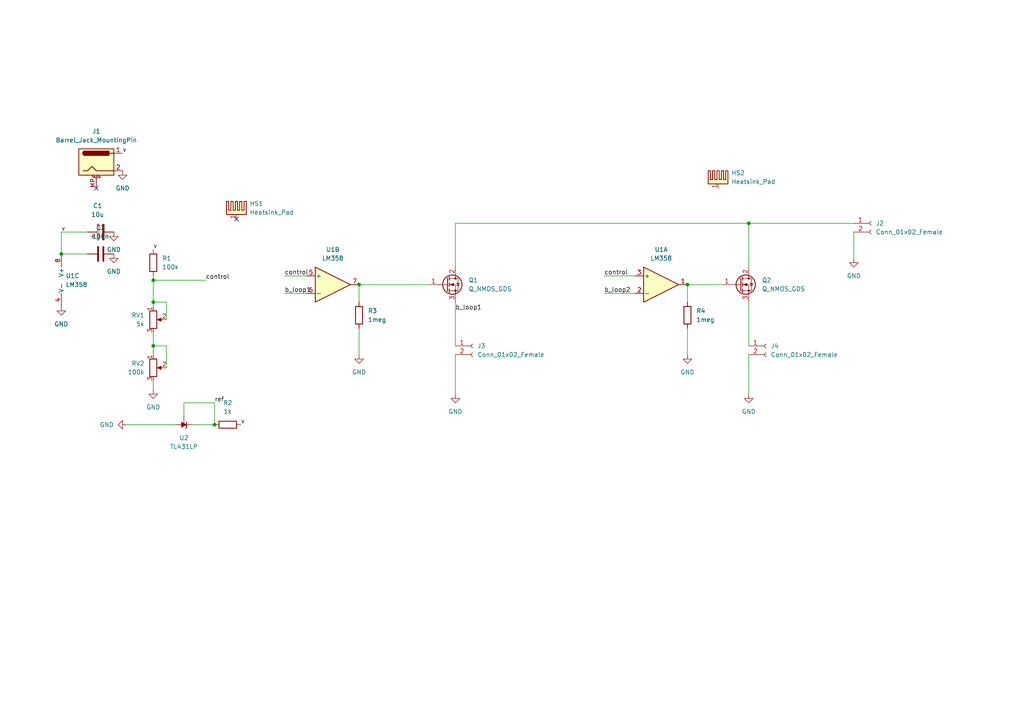
<source format=kicad_sch>
(kicad_sch (version 20211123) (generator eeschema)
  (paper "A4")
  (lib_symbols
    (symbol "Amplifier_Operational:LM358" (pin_names (offset 0.127))
      (property "Reference" "U" (at 0 5.08 0))
      (property "Value" "LM358" (at 0 -5.08 0))
      (symbol "LM358_1_1"
        (polyline (pts (xy -5.08 5.08) (xy 5.08 0) (xy -5.08 -5.08) (xy -5.08 5.08)) (stroke (width 0.254)) (fill (type background)))
        (pin output line (at 7.62 0 180) (length 2.54) (name "~") (number "1"))
        (pin input line (at -7.62 -2.54 0) (length 2.54) (name "-") (number "2"))
        (pin input line (at -7.62 2.54 0) (length 2.54) (name "+") (number "3"))
      )
      (symbol "LM358_2_1"
        (polyline (pts (xy -5.08 5.08) (xy 5.08 0) (xy -5.08 -5.08) (xy -5.08 5.08)) (stroke (width 0.254)) (fill (type background)))
        (pin input line (at -7.62 2.54 0) (length 2.54) (name "+") (number "5"))
        (pin input line (at -7.62 -2.54 0) (length 2.54) (name "-") (number "6"))
        (pin output line (at 7.62 0 180) (length 2.54) (name "~") (number "7"))
      )
      (symbol "LM358_3_1"
        (pin power_in line (at -2.54 -7.62 90) (length 3.81) (name "V-") (number "4"))
        (pin power_in line (at -2.54 7.62 270) (length 3.81) (name "V+") (number "8"))
      )
    )
    (symbol "Connector:Barrel_Jack_MountingPin" (pin_names hide)
      (property "Reference" "J" (at 0 5.334 0))
      (property "Value" "Barrel_Jack_MountingPin" (at 1.27 -6.35 0))
      (symbol "Barrel_Jack_MountingPin_0_1"
        (rectangle (start -5.08 3.81) (end 5.08 -3.81) (stroke (width 0.254)) (fill (type background)))
        (arc (start -3.302 3.175) (mid -3.937 2.54) (end -3.302 1.905) (stroke (width 0.254)))
        (arc (start -3.302 3.175) (mid -3.937 2.54) (end -3.302 1.905) (stroke (width 0.254)) (fill (type outline)))
        (polyline (pts (xy 5.08 2.54) (xy 3.81 2.54)) (stroke (width 0.254)))
        (polyline (pts (xy -3.81 -2.54) (xy -2.54 -2.54) (xy -1.27 -1.27) (xy 0 -2.54) (xy 2.54 -2.54) (xy 5.08 -2.54)) (stroke (width 0.254)))
        (rectangle (start 3.683 3.175) (end -3.302 1.905) (stroke (width 0.254)) (fill (type outline)))
      )
      (symbol "Barrel_Jack_MountingPin_1_1"
        (polyline (pts (xy -1.016 -4.572) (xy 1.016 -4.572)) (stroke (width 0.1524)))
        (text "Mounting" (at 0 -4.191 0) (effects (font (size 0.381 0.381))))
        (pin passive line (at 7.62 2.54 180) (length 2.54) (name "~") (number "1"))
        (pin passive line (at 7.62 -2.54 180) (length 2.54) (name "~") (number "2"))
        (pin passive line (at 0 -7.62 90) (length 3.048) (name "MountPin") (number "MP"))
      )
    )
    (symbol "Connector:Conn_01x02_Female" (pin_names (offset 1.016) hide)
      (property "Reference" "J" (at 0 2.54 0))
      (property "Value" "Conn_01x02_Female" (at 0 -5.08 0))
      (symbol "Conn_01x02_Female_1_1"
        (arc (start 0 -2.032) (mid -0.508 -2.54) (end 0 -3.048) (stroke (width 0.1524)))
        (polyline (pts (xy -1.27 -2.54) (xy -0.508 -2.54)) (stroke (width 0.1524)))
        (polyline (pts (xy -1.27 0) (xy -0.508 0)) (stroke (width 0.1524)))
        (arc (start 0 0.508) (mid -0.508 0) (end 0 -0.508) (stroke (width 0.1524)))
        (pin passive line (at -5.08 0 0) (length 3.81) (name "Pin_1") (number "1"))
        (pin passive line (at -5.08 -2.54 0) (length 3.81) (name "Pin_2") (number "2"))
      )
    )
    (symbol "Device:C" (pin_numbers hide) (pin_names (offset 0.254))
      (property "Reference" "C" (at 0.635 2.54 0))
      (property "Value" "C" (at 0.635 -2.54 0))
      (symbol "C_0_1"
        (polyline (pts (xy -2.032 -0.762) (xy 2.032 -0.762)) (stroke (width 0.508)))
        (polyline (pts (xy -2.032 0.762) (xy 2.032 0.762)) (stroke (width 0.508)))
      )
      (symbol "C_1_1"
        (pin passive line (at 0 3.81 270) (length 2.794) (name "~") (number "1"))
        (pin passive line (at 0 -3.81 90) (length 2.794) (name "~") (number "2"))
      )
    )
    (symbol "Device:C_Polarized" (pin_numbers hide) (pin_names (offset 0.254))
      (property "Reference" "C" (at 0.635 2.54 0))
      (property "Value" "C_Polarized" (at 0.635 -2.54 0))
      (symbol "C_Polarized_0_1"
        (rectangle (start -2.286 0.508) (end 2.286 1.016))
        (polyline (pts (xy -1.778 2.286) (xy -0.762 2.286)))
        (polyline (pts (xy -1.27 2.794) (xy -1.27 1.778)))
        (rectangle (start 2.286 -0.508) (end -2.286 -1.016) (fill (type outline)))
      )
      (symbol "C_Polarized_1_1"
        (pin passive line (at 0 3.81 270) (length 2.794) (name "~") (number "1"))
        (pin passive line (at 0 -3.81 90) (length 2.794) (name "~") (number "2"))
      )
    )
    (symbol "Device:Q_NMOS_GDS" (pin_names (offset 0) hide)
      (property "Reference" "Q" (at 5.08 1.27 0))
      (property "Value" "Q_NMOS_GDS" (at 5.08 -1.27 0))
      (symbol "Q_NMOS_GDS_0_1"
        (polyline (pts (xy 0.254 0) (xy -2.54 0)))
        (polyline (pts (xy 0.254 1.905) (xy 0.254 -1.905)) (stroke (width 0.254)))
        (polyline (pts (xy 0.762 -1.27) (xy 0.762 -2.286)) (stroke (width 0.254)))
        (polyline (pts (xy 0.762 0.508) (xy 0.762 -0.508)) (stroke (width 0.254)))
        (polyline (pts (xy 0.762 2.286) (xy 0.762 1.27)) (stroke (width 0.254)))
        (polyline (pts (xy 2.54 2.54) (xy 2.54 1.778)))
        (polyline (pts (xy 2.54 -2.54) (xy 2.54 0) (xy 0.762 0)))
        (polyline (pts (xy 0.762 -1.778) (xy 3.302 -1.778) (xy 3.302 1.778) (xy 0.762 1.778)))
        (polyline (pts (xy 1.016 0) (xy 2.032 0.381) (xy 2.032 -0.381) (xy 1.016 0)) (fill (type outline)))
        (polyline (pts (xy 2.794 0.508) (xy 2.921 0.381) (xy 3.683 0.381) (xy 3.81 0.254)))
        (polyline (pts (xy 3.302 0.381) (xy 2.921 -0.254) (xy 3.683 -0.254) (xy 3.302 0.381)))
        (circle (center 1.651 0) (radius 2.794) (stroke (width 0.254)))
        (circle (center 2.54 -1.778) (radius 0.254) (fill (type outline)))
        (circle (center 2.54 1.778) (radius 0.254) (fill (type outline)))
      )
      (symbol "Q_NMOS_GDS_1_1"
        (pin input line (at -5.08 0 0) (length 2.54) (name "G") (number "1"))
        (pin passive line (at 2.54 5.08 270) (length 2.54) (name "D") (number "2"))
        (pin passive line (at 2.54 -5.08 90) (length 2.54) (name "S") (number "3"))
      )
    )
    (symbol "Device:R" (pin_numbers hide) (pin_names (offset 0))
      (property "Reference" "R" (at 2.032 0 90))
      (property "Value" "R" (at 0 0 90))
      (symbol "R_0_1"
        (rectangle (start -1.016 -2.54) (end 1.016 2.54) (stroke (width 0.254)))
      )
      (symbol "R_1_1"
        (pin passive line (at 0 3.81 270) (length 1.27) (name "~") (number "1"))
        (pin passive line (at 0 -3.81 90) (length 1.27) (name "~") (number "2"))
      )
    )
    (symbol "Device:R_Potentiometer" (pin_names (offset 1.016) hide)
      (property "Reference" "RV" (at -4.445 0 90))
      (property "Value" "R_Potentiometer" (at -2.54 0 90))
      (symbol "R_Potentiometer_0_1"
        (polyline (pts (xy 2.54 0) (xy 1.524 0)))
        (polyline (pts (xy 1.143 0) (xy 2.286 0.508) (xy 2.286 -0.508) (xy 1.143 0)) (fill (type outline)))
        (rectangle (start 1.016 2.54) (end -1.016 -2.54) (stroke (width 0.254)))
      )
      (symbol "R_Potentiometer_1_1"
        (pin passive line (at 0 3.81 270) (length 1.27) (name "1") (number "1"))
        (pin passive line (at 3.81 0 180) (length 1.27) (name "2") (number "2"))
        (pin passive line (at 0 -3.81 90) (length 1.27) (name "3") (number "3"))
      )
    )
    (symbol "Mechanical:Heatsink_Pad" (pin_names (offset 0))
      (property "Reference" "HS" (at 0 5.715 0))
      (property "Value" "Heatsink_Pad" (at 0 3.81 0))
      (symbol "Heatsink_Pad_0_1"
        (polyline (pts (xy -0.3302 0) (xy -0.9652 0) (xy -0.9652 2.54) (xy -1.6002 2.54) (xy -1.6002 0) (xy -2.2352 0) (xy -2.2352 2.54) (xy -2.8702 2.54) (xy -2.8702 -1.27) (xy -0.9652 -1.27)) (stroke (width 0.254)) (fill (type background)))
        (polyline (pts (xy -0.3302 0) (xy -0.3302 2.54) (xy 0.3048 2.54) (xy 0.3048 0) (xy 0.9398 0) (xy 0.9398 2.54) (xy 1.5748 2.54) (xy 1.5748 0) (xy 2.2098 0) (xy 2.2098 2.54) (xy 2.8448 2.54) (xy 2.8448 -1.27) (xy -0.9652 -1.27)) (stroke (width 0.254)) (fill (type background)))
      )
      (symbol "Heatsink_Pad_1_1"
        (pin passive line (at 0 -2.54 90) (length 1.27) (name "~") (number "1"))
      )
    )
    (symbol "Reference_Voltage:TL431LP" (pin_numbers hide) (pin_names hide)
      (property "Reference" "U" (at -2.54 2.54 0))
      (property "Value" "TL431LP" (at 0 -2.54 0))
      (symbol "TL431LP_0_1"
        (polyline (pts (xy -1.27 0) (xy 0 0) (xy 1.27 0)))
        (polyline (pts (xy -0.762 0.762) (xy 0.762 0) (xy -0.762 -0.762)) (fill (type outline)))
        (polyline (pts (xy 0.508 -1.016) (xy 0.762 -0.762) (xy 0.762 0.762) (xy 0.762 0.762)) (stroke (width 0.254)))
      )
      (symbol "TL431LP_1_1"
        (pin passive line (at 0 2.54 270) (length 2.54) (name "REF") (number "1"))
        (pin passive line (at -2.54 0 0) (length 2.54) (name "A") (number "2"))
        (pin passive line (at 2.54 0 180) (length 2.54) (name "K") (number "3"))
      )
    )
    (symbol "power:GND" (power) (pin_names (offset 0))
      (property "Value" "GND" (at 0 -3.81 0))
      (symbol "GND_0_1"
        (polyline (pts (xy 0 0) (xy 0 -1.27) (xy 1.27 -1.27) (xy 0 -2.54) (xy -1.27 -1.27) (xy 0 -1.27)))
      )
      (symbol "GND_1_1"
        (pin power_in line (at 0 0 270) (length 0) hide (name "GND") (number "1"))
      )
    )
  )
  (junction (at 44.45 100.33))
  (junction (at 44.45 81.28))
  (junction (at 17.78 73.66))
  (junction (at 44.45 87.63))
  (junction (at 217.17 64.77))
  (junction (at 62.23 123.19))
  (junction (at 104.14 82.55))
  (junction (at 199.39 82.55))
  (no_connect (at 68.58 63.5))
  (no_connect (at 27.94 54.61))
  (wire (pts (xy 62.23 123.19) (xy 55.88 123.19)))
  (wire (pts (xy 53.34 116.84) (xy 62.23 116.84)))
  (wire (pts (xy 44.45 96.52) (xy 44.45 100.33)))
  (wire (pts (xy 44.45 87.63) (xy 48.26 87.63)))
  (wire (pts (xy 17.78 73.66) (xy 17.78 67.31)))
  (wire (pts (xy 199.39 82.55) (xy 209.55 82.55)))
  (wire (pts (xy 247.65 64.77) (xy 217.17 64.77)))
  (wire (pts (xy 44.45 81.28) (xy 59.69 81.28)))
  (wire (pts (xy 175.26 80.01) (xy 184.15 80.01)))
  (wire (pts (xy 53.34 120.65) (xy 53.34 116.84)))
  (wire (pts (xy 82.55 80.01) (xy 88.9 80.01)))
  (wire (pts (xy 62.23 116.84) (xy 62.23 123.19)))
  (wire (pts (xy 17.78 67.31) (xy 25.4 67.31)))
  (wire (pts (xy 17.78 73.66) (xy 25.4 73.66)))
  (wire (pts (xy 217.17 64.77) (xy 217.17 77.47)))
  (wire (pts (xy 104.14 82.55) (xy 104.14 87.63)))
  (wire (pts (xy 104.14 82.55) (xy 124.46 82.55)))
  (wire (pts (xy 44.45 80.01) (xy 44.45 81.28)))
  (wire (pts (xy 199.39 82.55) (xy 199.39 87.63)))
  (wire (pts (xy 48.26 106.68) (xy 48.26 100.33)))
  (wire (pts (xy 132.08 87.63) (xy 132.08 100.33)))
  (wire (pts (xy 132.08 102.87) (xy 132.08 114.3)))
  (wire (pts (xy 217.17 87.63) (xy 217.17 100.33)))
  (wire (pts (xy 217.17 64.77) (xy 132.08 64.77)))
  (wire (pts (xy 36.83 123.19) (xy 50.8 123.19)))
  (wire (pts (xy 44.45 81.28) (xy 44.45 87.63)))
  (wire (pts (xy 44.45 87.63) (xy 44.45 88.9)))
  (wire (pts (xy 44.45 100.33) (xy 44.45 102.87)))
  (wire (pts (xy 44.45 110.49) (xy 44.45 113.03)))
  (wire (pts (xy 175.26 85.09) (xy 184.15 85.09)))
  (wire (pts (xy 199.39 95.25) (xy 199.39 102.87)))
  (wire (pts (xy 217.17 102.87) (xy 217.17 114.3)))
  (wire (pts (xy 88.9 85.09) (xy 82.55 85.09)))
  (wire (pts (xy 104.14 95.25) (xy 104.14 102.87)))
  (wire (pts (xy 247.65 67.31) (xy 247.65 74.93)))
  (wire (pts (xy 44.45 100.33) (xy 48.26 100.33)))
  (wire (pts (xy 132.08 64.77) (xy 132.08 77.47)))
  (wire (pts (xy 48.26 92.71) (xy 48.26 87.63)))
  (label "v" (at 44.45 72.39 0))
  (label "b_loop1" (at 132.08 90.17 0))
  (label "v" (at 69.85 123.19 0))
  (label "ref" (at 62.23 116.84 0))
  (label "b_loop1" (at 82.55 85.09 0))
  (label "control" (at 59.69 81.28 0))
  (label "v" (at 17.78 67.31 0))
  (label "v" (at 35.56 44.45 0))
  (label "b_loop2" (at 175.26 85.09 0))
  (label "control" (at 175.26 80.01 0))
  (label "control" (at 82.55 80.01 0))
  (symbol (lib_id "power:GND") (at 132.08 114.3 0) (unit 1)
    (property "Reference" "#PWR0102" (effects hide))
    (property "Value" "GND" (at 132.08 119.38 0))
  )
  (symbol (lib_id "Device:C") (at 29.21 73.66 90) (unit 1)
    (property "Reference" "C2" (at 29.21 66.04 90))
    (property "Value" "100n" (at 29.21 68.58 90))
    (property "Footprint" "Capacitor_THT:C_Disc_D3.4mm_W2.1mm_P2.50mm" (effects hide))
  )
  (symbol (lib_id "Device:R") (at 199.39 91.44 0) (unit 1)
    (property "Reference" "R4" (at 201.93 90.1699 0) (effects (justify left)))
    (property "Value" "1meg" (at 201.93 92.7099 0) (effects (justify left)))
    (property "Footprint" "Resistor_THT:R_Axial_DIN0204_L3.6mm_D1.6mm_P7.62mm_Horizontal" (effects hide))
  )
  (symbol (lib_id "power:GND") (at 35.56 49.53 0) (unit 1)
    (property "Reference" "#PWR0104" (effects hide))
    (property "Value" "GND" (at 35.56 54.61 0))
  )
  (symbol (lib_id "Device:R") (at 104.14 91.44 0) (unit 1)
    (property "Reference" "R3" (at 106.68 90.1699 0) (effects (justify left)))
    (property "Value" "1meg" (at 106.68 92.7099 0) (effects (justify left)))
    (property "Footprint" "Resistor_THT:R_Axial_DIN0204_L3.6mm_D1.6mm_P7.62mm_Horizontal" (effects hide))
  )
  (symbol (lib_id "power:GND") (at 36.83 123.19 270) (unit 1)
    (property "Reference" "#PWR0105" (effects hide))
    (property "Value" "GND" (at 33.02 123.1899 90) (effects (justify right)))
  )
  (symbol (lib_id "Reference_Voltage:TL431LP") (at 53.34 123.19 0) (unit 1)
    (property "Reference" "U2" (at 53.34 127 0))
    (property "Value" "TL431LP" (at 53.34 129.54 0))
    (property "Footprint" "Package_TO_SOT_THT:TO-92_Inline" (effects hide))
    (property "Datasheet" "http://www.ti.com/lit/ds/symlink/tl431.pdf" (effects hide))
  )
  (symbol (lib_id "Connector:Conn_01x02_Female") (at 137.16 100.33 0) (unit 1)
    (property "Reference" "J3" (at 138.43 100.3299 0) (effects (justify left)))
    (property "Value" "Conn_01x02_Female" (at 138.43 102.8699 0) (effects (justify left)))
    (property "Footprint" "Connector_AMASS:AMASS_XT60-M_1x02_P7.20mm_Vertical" (effects hide))
  )
  (symbol (lib_id "Mechanical:Heatsink_Pad") (at 208.28 52.07 0) (unit 1)
    (property "Reference" "HS2" (at 212.09 50.1649 0) (effects (justify left)))
    (property "Value" "Heatsink_Pad" (at 212.09 52.7049 0) (effects (justify left)))
    (property "Footprint" "Heatsink:Heatsink_Fischer_SK129-STS_42x25mm_2xDrill2.5mm" (effects hide))
  )
  (symbol (lib_id "power:GND") (at 247.65 74.93 0) (unit 1)
    (property "Reference" "#PWR0103" (effects hide))
    (property "Value" "GND" (at 247.65 80.01 0))
  )
  (symbol (lib_id "Device:R_Potentiometer") (at 44.45 92.71 0) (unit 1)
    (property "Reference" "RV1" (at 41.91 91.4399 0) (effects (justify right)))
    (property "Value" "5k" (at 41.91 93.9799 0) (effects (justify right)))
    (property "Footprint" "Potentiometer_THT:Potentiometer_Alps_RK163_Single_Horizontal" (effects hide))
  )
  (symbol (lib_id "power:GND") (at 33.02 67.31 0) (unit 1)
    (property "Reference" "#PWR0108" (effects hide))
    (property "Value" "GND" (at 33.02 72.39 0))
  )
  (symbol (lib_id "power:GND") (at 217.17 114.3 0) (unit 1)
    (property "Reference" "#PWR0110" (effects hide))
    (property "Value" "GND" (at 217.17 119.38 0))
  )
  (symbol (lib_id "Device:R") (at 66.04 123.19 270) (unit 1)
    (property "Reference" "R2" (at 66.04 116.84 90))
    (property "Value" "1k" (at 66.04 119.38 90))
    (property "Footprint" "Resistor_THT:R_Axial_DIN0204_L3.6mm_D1.6mm_P7.62mm_Horizontal" (effects hide))
  )
  (symbol (lib_id "Amplifier_Operational:LM358") (at 20.32 81.28 0) (unit 3)
    (property "Reference" "U1" (at 19.05 80.0099 0) (effects (justify left)))
    (property "Value" "LM358" (at 19.05 82.5499 0) (effects (justify left)))
    (property "Footprint" "Package_DIP:DIP-8_W7.62mm_LongPads" (effects hide))
    (property "Datasheet" "http://www.ti.com/lit/ds/symlink/lm2904-n.pdf" (effects hide))
  )
  (symbol (lib_id "Device:R_Potentiometer") (at 44.45 106.68 0) (unit 1)
    (property "Reference" "RV2" (at 41.91 105.4099 0) (effects (justify right)))
    (property "Value" "100k" (at 41.91 107.9499 0) (effects (justify right)))
    (property "Footprint" "Potentiometer_THT:Potentiometer_Alps_RK163_Single_Horizontal" (effects hide))
  )
  (symbol (lib_id "Device:C_Polarized") (at 29.21 67.31 90) (unit 1)
    (property "Reference" "C1" (at 28.321 59.69 90))
    (property "Value" "10u" (at 28.321 62.23 90))
    (property "Footprint" "Capacitor_THT:CP_Radial_D5.0mm_P2.50mm" (effects hide))
  )
  (symbol (lib_id "power:GND") (at 199.39 102.87 0) (unit 1)
    (property "Reference" "#PWR0111" (effects hide))
    (property "Value" "GND" (at 199.39 107.95 0))
  )
  (symbol (lib_id "Amplifier_Operational:LM358") (at 96.52 82.55 0) (unit 2)
    (property "Reference" "U1" (at 96.52 72.39 0))
    (property "Value" "LM358" (at 96.52 74.93 0))
    (property "Footprint" "Package_DIP:DIP-8_W7.62mm_LongPads" (effects hide))
    (property "Datasheet" "http://www.ti.com/lit/ds/symlink/lm2904-n.pdf" (effects hide))
  )
  (symbol (lib_id "Amplifier_Operational:LM358") (at 191.77 82.55 0) (unit 1)
    (property "Reference" "U1" (at 191.77 72.39 0))
    (property "Value" "LM358" (at 191.77 74.93 0))
    (property "Footprint" "Package_DIP:DIP-8_W7.62mm_LongPads" (effects hide))
    (property "Datasheet" "http://www.ti.com/lit/ds/symlink/lm2904-n.pdf" (effects hide))
  )
  (symbol (lib_id "Device:Q_NMOS_GDS") (at 129.54 82.55 0) (unit 1)
    (property "Reference" "Q1" (at 135.89 81.2799 0) (effects (justify left)))
    (property "Value" "Q_NMOS_GDS" (at 135.89 83.8199 0) (effects (justify left)))
    (property "Footprint" "Package_TO_SOT_THT:TO-247-3_Vertical" (effects hide))
  )
  (symbol (lib_id "Connector:Conn_01x02_Female") (at 252.73 64.77 0) (unit 1)
    (property "Reference" "J2" (at 254 64.7699 0) (effects (justify left)))
    (property "Value" "Conn_01x02_Female" (at 254 67.3099 0) (effects (justify left)))
    (property "Footprint" "Connector_AMASS:AMASS_XT60-M_1x02_P7.20mm_Vertical" (effects hide))
  )
  (symbol (lib_id "Device:Q_NMOS_GDS") (at 214.63 82.55 0) (unit 1)
    (property "Reference" "Q2" (at 220.98 81.2799 0) (effects (justify left)))
    (property "Value" "Q_NMOS_GDS" (at 220.98 83.8199 0) (effects (justify left)))
    (property "Footprint" "Package_TO_SOT_THT:TO-247-3_Vertical" (effects hide))
  )
  (symbol (lib_id "power:GND") (at 44.45 113.03 0) (unit 1)
    (property "Reference" "#PWR0106" (effects hide))
    (property "Value" "GND" (at 44.45 118.11 0))
  )
  (symbol (lib_id "power:GND") (at 17.78 88.9 0) (unit 1)
    (property "Reference" "#PWR0107" (effects hide))
    (property "Value" "GND" (at 17.78 93.98 0))
  )
  (symbol (lib_id "Connector:Barrel_Jack_MountingPin") (at 27.94 46.99 0) (unit 1)
    (property "Reference" "J1" (at 27.94 38.1 0))
    (property "Value" "Barrel_Jack_MountingPin" (at 27.94 40.64 0))
    (property "Footprint" "Connector_BarrelJack:BarrelJack_GCT_DCJ200-10-A_Horizontal" (effects hide))
  )
  (symbol (lib_id "power:GND") (at 33.02 73.66 0) (unit 1)
    (property "Reference" "#PWR0109" (effects hide))
    (property "Value" "GND" (at 33.02 78.74 0))
  )
  (symbol (lib_id "power:GND") (at 104.14 102.87 0) (unit 1)
    (property "Reference" "#PWR0101" (effects hide))
    (property "Value" "GND" (at 104.14 107.95 0))
  )
  (symbol (lib_id "Device:R") (at 44.45 76.2 0) (unit 1)
    (property "Reference" "R1" (at 46.99 74.9299 0) (effects (justify left)))
    (property "Value" "100k" (at 46.99 77.4699 0) (effects (justify left)))
    (property "Footprint" "Resistor_THT:R_Axial_DIN0204_L3.6mm_D1.6mm_P7.62mm_Horizontal" (effects hide))
  )
  (symbol (lib_id "Connector:Conn_01x02_Female") (at 222.25 100.33 0) (unit 1)
    (property "Reference" "J4" (at 223.52 100.3299 0) (effects (justify left)))
    (property "Value" "Conn_01x02_Female" (at 223.52 102.8699 0) (effects (justify left)))
    (property "Footprint" "Connector_AMASS:AMASS_XT60-M_1x02_P7.20mm_Vertical" (effects hide))
  )
  (symbol (lib_id "Mechanical:Heatsink_Pad") (at 68.58 60.96 0) (unit 1)
    (property "Reference" "HS1" (at 72.39 59.0549 0) (effects (justify left)))
    (property "Value" "Heatsink_Pad" (at 72.39 61.5949 0) (effects (justify left)))
    (property "Footprint" "Heatsink:Heatsink_Fischer_SK129-STS_42x25mm_2xDrill2.5mm" (effects hide))
  )
)
</source>
